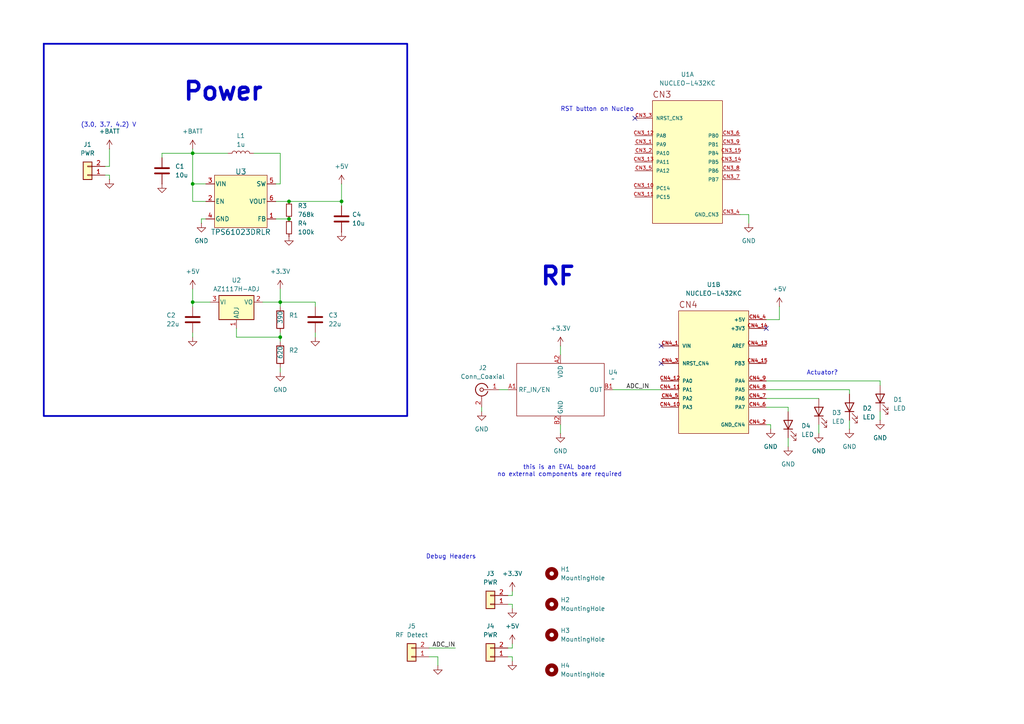
<source format=kicad_sch>
(kicad_sch (version 20231120) (generator "eeschema") (generator_version "8.0")
  (paper "A4")
  (lib_symbols
    (symbol "Connector:Conn_Coaxial" (pin_names (offset 1.016) hide)
      (property "Reference" "J" (at 0.254 3.048 0))
      (property "Value" "Conn_Coaxial" (at 2.921 0 90))
      (symbol "Conn_Coaxial_0_1"
        (arc (start -1.778 -0.508) (mid 0.2311 -1.8066) (end 1.778 0) (stroke (width 0.254)))
        (polyline (pts (xy -2.54 0) (xy -0.508 0)))
        (polyline (pts (xy 0 -2.54) (xy 0 -1.778)))
        (circle (center 0 0) (radius 0.508) (stroke (width 0.2032)))
        (arc (start 1.778 0) (mid 0.2099 1.8101) (end -1.778 0.508) (stroke (width 0.254)))
      )
      (symbol "Conn_Coaxial_1_1"
        (pin passive line (at -5.08 0 0) (length 2.54) (name "In") (number "1"))
        (pin passive line (at 0 -5.08 90) (length 2.54) (name "Ext") (number "2"))
      )
    )
    (symbol "Connector_Generic:Conn_01x02" (pin_names (offset 1.016) hide)
      (property "Reference" "J" (at 0 2.54 0))
      (property "Value" "Conn_01x02" (at 0 -5.08 0))
      (symbol "Conn_01x02_1_1"
        (rectangle (start -1.27 -2.413) (end 0 -2.667) (stroke (width 0.1524)))
        (rectangle (start -1.27 0.127) (end 0 -0.127) (stroke (width 0.1524)))
        (rectangle (start -1.27 1.27) (end 1.27 -3.81) (stroke (width 0.254)) (fill (type background)))
        (pin passive line (at -5.08 0 0) (length 3.81) (name "Pin_1") (number "1"))
        (pin passive line (at -5.08 -2.54 0) (length 3.81) (name "Pin_2") (number "2"))
      )
    )
    (symbol "Device:C" (pin_numbers hide) (pin_names (offset 0.254))
      (property "Reference" "C" (at 0.635 2.54 0))
      (property "Value" "C" (at 0.635 -2.54 0))
      (symbol "C_0_1"
        (polyline (pts (xy -2.032 -0.762) (xy 2.032 -0.762)) (stroke (width 0.508)))
        (polyline (pts (xy -2.032 0.762) (xy 2.032 0.762)) (stroke (width 0.508)))
      )
      (symbol "C_1_1"
        (pin passive line (at 0 3.81 270) (length 2.794) (name "~") (number "1"))
        (pin passive line (at 0 -3.81 90) (length 2.794) (name "~") (number "2"))
      )
    )
    (symbol "Device:L" (pin_numbers hide) (pin_names (offset 1.016) hide)
      (property "Reference" "L" (at -1.27 0 90))
      (property "Value" "L" (at 1.905 0 90))
      (symbol "L_0_1"
        (arc (start 0 -2.54) (mid 0.6323 -1.905) (end 0 -1.27))
        (arc (start 0 -1.27) (mid 0.6323 -0.635) (end 0 0))
        (arc (start 0 0) (mid 0.6323 0.635) (end 0 1.27))
        (arc (start 0 1.27) (mid 0.6323 1.905) (end 0 2.54))
      )
      (symbol "L_1_1"
        (pin passive line (at 0 3.81 270) (length 1.27) (name "1") (number "1"))
        (pin passive line (at 0 -3.81 90) (length 1.27) (name "2") (number "2"))
      )
    )
    (symbol "Device:LED" (pin_numbers hide) (pin_names (offset 1.016) hide)
      (property "Reference" "D" (at 0 2.54 0))
      (property "Value" "LED" (at 0 -2.54 0))
      (symbol "LED_0_1"
        (polyline (pts (xy -1.27 -1.27) (xy -1.27 1.27)) (stroke (width 0.254)))
        (polyline (pts (xy -1.27 0) (xy 1.27 0)))
        (polyline (pts (xy 1.27 -1.27) (xy 1.27 1.27) (xy -1.27 0) (xy 1.27 -1.27)) (stroke (width 0.254)))
        (polyline (pts (xy -3.048 -0.762) (xy -4.572 -2.286) (xy -3.81 -2.286) (xy -4.572 -2.286) (xy -4.572 -1.524)))
        (polyline (pts (xy -1.778 -0.762) (xy -3.302 -2.286) (xy -2.54 -2.286) (xy -3.302 -2.286) (xy -3.302 -1.524)))
      )
      (symbol "LED_1_1"
        (pin passive line (at -3.81 0 0) (length 2.54) (name "K") (number "1"))
        (pin passive line (at 3.81 0 180) (length 2.54) (name "A") (number "2"))
      )
    )
    (symbol "Device:R" (pin_numbers hide) (pin_names (offset 0))
      (property "Reference" "R" (at 2.032 0 90))
      (property "Value" "R" (at 0 0 90))
      (symbol "R_0_1"
        (rectangle (start -1.016 -2.54) (end 1.016 2.54) (stroke (width 0.254)))
      )
      (symbol "R_1_1"
        (pin passive line (at 0 3.81 270) (length 1.27) (name "~") (number "1"))
        (pin passive line (at 0 -3.81 90) (length 1.27) (name "~") (number "2"))
      )
    )
    (symbol "Device:R_Small" (pin_numbers hide) (pin_names (offset 0.254) hide)
      (property "Reference" "R" (at 0.762 0.508 0))
      (property "Value" "R_Small" (at 0.762 -1.016 0))
      (symbol "R_Small_0_1"
        (rectangle (start -0.762 1.778) (end 0.762 -1.778) (stroke (width 0.2032)))
      )
      (symbol "R_Small_1_1"
        (pin passive line (at 0 2.54 270) (length 0.762) (name "~") (number "1"))
        (pin passive line (at 0 -2.54 90) (length 0.762) (name "~") (number "2"))
      )
    )
    (symbol "LMH2121:LMH2121"
      (property "Reference" "U" (at -12.192 -8.89 0))
      (symbol "LMH2121_0_1"
        (rectangle (start -12.7 7.62) (end 12.7 -7.62))
      )
      (symbol "LMH2121_1_1"
        (pin input line (at -15.24 0 0) (length 2.54) (name "RF_IN/EN") (number "A1"))
        (pin power_in line (at 0 10.16 270) (length 2.54) (name "VDD") (number "A2"))
        (pin output line (at 15.24 0 180) (length 2.54) (name "OUT") (number "B1"))
        (pin power_in line (at 0 -10.16 90) (length 2.54) (name "GND") (number "B2"))
      )
    )
    (symbol "Mechanical:MountingHole" (pin_names (offset 1.016)) (exclude_from_sim yes) (in_bom no)
      (property "Reference" "H" (at 0 5.08 0))
      (property "Value" "MountingHole" (at 0 3.175 0))
      (symbol "MountingHole_0_1"
        (circle (center 0 0) (radius 1.27) (stroke (width 1.27)))
      )
    )
    (symbol "NUCLEO-L432KC:NUCLEO-L432KC" (pin_names (offset 1.016))
      (property "Reference" "U" (at -10.16 21.082 0))
      (property "Value" "NUCLEO-L432KC" (at -10.16 -20.32 0))
      (symbol "NUCLEO-L432KC_1_0"
        (rectangle (start -10.16 -17.78) (end 10.16 17.78) (stroke (width 0.1524)) (fill (type background)))
        (text "CN3" (at -10.16 18.542 0) (effects (font (size 1.778 1.778)) (justify left bottom)))
        (pin bidirectional line (at -15.24 5.08 0) (length 5.08) (name "PA9") (number "CN3_1"))
        (pin bidirectional line (at -15.24 -7.62 0) (length 5.08) (name "PC14") (number "CN3_10"))
        (pin bidirectional line (at -15.24 -10.16 0) (length 5.08) (name "PC15") (number "CN3_11"))
        (pin bidirectional line (at -15.24 7.62 0) (length 5.08) (name "PA8") (number "CN3_12"))
        (pin bidirectional line (at -15.24 0 0) (length 5.08) (name "PA11") (number "CN3_13"))
        (pin bidirectional line (at 15.24 0 180) (length 5.08) (name "PB5") (number "CN3_14"))
        (pin bidirectional line (at 15.24 2.54 180) (length 5.08) (name "PB4") (number "CN3_15"))
        (pin bidirectional line (at -15.24 2.54 0) (length 5.08) (name "PA10") (number "CN3_2"))
        (pin bidirectional line (at -15.24 12.7 0) (length 5.08) (name "NRST_CN3") (number "CN3_3"))
        (pin power_in line (at 15.24 -15.24 180) (length 5.08) (name "GND_CN3") (number "CN3_4"))
        (pin bidirectional line (at -15.24 -2.54 0) (length 5.08) (name "PA12") (number "CN3_5"))
        (pin bidirectional line (at 15.24 7.62 180) (length 5.08) (name "PB0") (number "CN3_6"))
        (pin bidirectional line (at 15.24 -5.08 180) (length 5.08) (name "PB7") (number "CN3_7"))
        (pin bidirectional line (at 15.24 -2.54 180) (length 5.08) (name "PB6") (number "CN3_8"))
        (pin bidirectional line (at 15.24 5.08 180) (length 5.08) (name "PB1") (number "CN3_9"))
      )
      (symbol "NUCLEO-L432KC_2_0"
        (rectangle (start -10.16 -17.78) (end 10.16 17.78) (stroke (width 0.1524)) (fill (type background)))
        (text "CN4" (at -10.16 18.542 0) (effects (font (size 1.778 1.778)) (justify left bottom)))
        (pin input line (at -15.24 7.62 0) (length 5.08) (name "VIN") (number "CN4_1"))
        (pin bidirectional line (at -15.24 -10.16 0) (length 5.08) (name "PA3") (number "CN4_10"))
        (pin bidirectional line (at -15.24 -5.08 0) (length 5.08) (name "PA1") (number "CN4_11"))
        (pin bidirectional line (at -15.24 -2.54 0) (length 5.08) (name "PA0") (number "CN4_12"))
        (pin bidirectional line (at 15.24 7.62 180) (length 5.08) (name "AREF") (number "CN4_13"))
        (pin power_in line (at 15.24 12.7 180) (length 5.08) (name "+3V3") (number "CN4_14"))
        (pin bidirectional line (at 15.24 2.54 180) (length 5.08) (name "PB3") (number "CN4_15"))
        (pin power_in line (at 15.24 -15.24 180) (length 5.08) (name "GND_CN4") (number "CN4_2"))
        (pin bidirectional line (at -15.24 2.54 0) (length 5.08) (name "NRST_CN4") (number "CN4_3"))
        (pin power_in line (at 15.24 15.24 180) (length 5.08) (name "+5V") (number "CN4_4"))
        (pin bidirectional line (at -15.24 -7.62 0) (length 5.08) (name "PA2") (number "CN4_5"))
        (pin bidirectional line (at 15.24 -10.16 180) (length 5.08) (name "PA7") (number "CN4_6"))
        (pin bidirectional line (at 15.24 -7.62 180) (length 5.08) (name "PA6") (number "CN4_7"))
        (pin bidirectional line (at 15.24 -5.08 180) (length 5.08) (name "PA5") (number "CN4_8"))
        (pin bidirectional line (at 15.24 -2.54 180) (length 5.08) (name "PA4") (number "CN4_9"))
      )
    )
    (symbol "Regulator_Linear:AZ1117H-ADJ" (pin_names (offset 0.254))
      (property "Reference" "U" (at -3.81 3.175 0))
      (property "Value" "AZ1117H-ADJ" (at 0 3.175 0))
      (symbol "AZ1117H-ADJ_0_1"
        (rectangle (start -5.08 1.905) (end 5.08 -5.08) (stroke (width 0.254)) (fill (type background)))
      )
      (symbol "AZ1117H-ADJ_1_1"
        (pin input line (at 0 -7.62 90) (length 2.54) (name "ADJ") (number "1"))
        (pin power_out line (at 7.62 0 180) (length 2.54) (name "VO") (number "2"))
        (pin power_in line (at -7.62 0 0) (length 2.54) (name "VI") (number "3"))
      )
    )
    (symbol "TPS61023:TPS61023DRLR" (pin_names (offset 0.254))
      (property "Reference" "U" (at 0 11.43 0))
      (property "Value" "TPS61023DRLR" (at 0 9.144 0))
      (symbol "TPS61023DRLR_0_1"
        (pin input line (at 10.16 -5.08 180) (length 2.54) (name "FB") (number "1"))
        (pin input line (at -10.16 0 0) (length 2.54) (name "EN") (number "2"))
        (pin power_in line (at -10.16 5.08 0) (length 2.54) (name "VIN") (number "3"))
        (pin power_in line (at -10.16 -5.08 0) (length 2.54) (name "GND") (number "4"))
      )
      (symbol "TPS61023DRLR_1_1"
        (rectangle (start -7.62 7.62) (end 7.62 -7.62) (fill (type background)))
        (pin passive line (at 10.16 5.08 180) (length 2.54) (name "SW") (number "5"))
        (pin power_out line (at 10.16 0 180) (length 2.54) (name "VOUT") (number "6"))
      )
    )
    (symbol "power:+3.3V" (power) (pin_numbers hide) (pin_names (offset 0) hide)
      (property "Value" "+3.3V" (at 0 3.556 0))
      (symbol "+3.3V_0_1"
        (polyline (pts (xy -0.762 1.27) (xy 0 2.54)))
        (polyline (pts (xy 0 0) (xy 0 2.54)))
        (polyline (pts (xy 0 2.54) (xy 0.762 1.27)))
      )
      (symbol "+3.3V_1_1"
        (pin power_in line (at 0 0 90) (length 0) (name "~") (number "1"))
      )
    )
    (symbol "power:+5V" (power) (pin_numbers hide) (pin_names (offset 0) hide)
      (property "Value" "+5V" (at 0 3.556 0))
      (symbol "+5V_0_1"
        (polyline (pts (xy -0.762 1.27) (xy 0 2.54)))
        (polyline (pts (xy 0 0) (xy 0 2.54)))
        (polyline (pts (xy 0 2.54) (xy 0.762 1.27)))
      )
      (symbol "+5V_1_1"
        (pin power_in line (at 0 0 90) (length 0) (name "~") (number "1"))
      )
    )
    (symbol "power:+BATT" (power) (pin_numbers hide) (pin_names (offset 0) hide)
      (property "Value" "+BATT" (at 0 3.556 0))
      (symbol "+BATT_0_1"
        (polyline (pts (xy -0.762 1.27) (xy 0 2.54)))
        (polyline (pts (xy 0 0) (xy 0 2.54)))
        (polyline (pts (xy 0 2.54) (xy 0.762 1.27)))
      )
      (symbol "+BATT_1_1"
        (pin power_in line (at 0 0 90) (length 0) (name "~") (number "1"))
      )
    )
    (symbol "power:GND" (power) (pin_numbers hide) (pin_names (offset 0) hide)
      (property "Value" "GND" (at 0 -3.81 0))
      (symbol "GND_0_1"
        (polyline (pts (xy 0 0) (xy 0 -1.27) (xy 1.27 -1.27) (xy 0 -2.54) (xy -1.27 -1.27) (xy 0 -1.27)))
      )
      (symbol "GND_1_1"
        (pin power_in line (at 0 0 270) (length 0) (name "~") (number "1"))
      )
    )
  )
  (junction (at 55.88 44.45))
  (junction (at 81.28 97.79))
  (junction (at 83.82 58.42))
  (junction (at 55.88 87.63))
  (junction (at 81.28 87.63))
  (junction (at 99.06 58.42))
  (junction (at 83.82 63.5))
  (junction (at 55.88 53.34))
  (no_connect (at 191.77 100.33))
  (no_connect (at 184.15 34.29))
  (no_connect (at 191.77 105.41))
  (no_connect (at 222.25 95.25))
  (wire (pts (xy 148.59 172.72) (xy 147.32 172.72)))
  (wire (pts (xy 55.88 87.63) (xy 55.88 83.82)))
  (wire (pts (xy 55.88 43.18) (xy 55.88 44.45)))
  (wire (pts (xy 83.82 58.42) (xy 99.06 58.42)))
  (wire (pts (xy 46.99 45.72) (xy 46.99 44.45)))
  (wire (pts (xy 31.75 43.18) (xy 31.75 48.26)))
  (wire (pts (xy 55.88 58.42) (xy 55.88 53.34)))
  (wire (pts (xy 30.48 48.26) (xy 31.75 48.26)))
  (wire (pts (xy 68.58 95.25) (xy 68.58 97.79)))
  (wire (pts (xy 55.88 44.45) (xy 55.88 53.34)))
  (wire (pts (xy 228.6 118.11) (xy 222.25 118.11)))
  (wire (pts (xy 139.7 118.11) (xy 139.7 119.38)))
  (wire (pts (xy 55.88 53.34) (xy 59.69 53.34)))
  (wire (pts (xy 81.28 44.45) (xy 81.28 53.34)))
  (wire (pts (xy 66.04 44.45) (xy 55.88 44.45)))
  (wire (pts (xy 246.38 113.03) (xy 222.25 113.03)))
  (wire (pts (xy 80.01 58.42) (xy 83.82 58.42)))
  (wire (pts (xy 99.06 58.42) (xy 99.06 59.69)))
  (wire (pts (xy 177.8 113.03) (xy 191.77 113.03)))
  (wire (pts (xy 68.58 97.79) (xy 81.28 97.79)))
  (wire (pts (xy 99.06 53.34) (xy 99.06 58.42)))
  (wire (pts (xy 228.6 119.38) (xy 228.6 118.11)))
  (wire (pts (xy 147.32 175.26) (xy 148.59 175.26)))
  (wire (pts (xy 81.28 87.63) (xy 81.28 88.9)))
  (wire (pts (xy 127 193.04) (xy 127 190.5)))
  (wire (pts (xy 237.49 115.57) (xy 222.25 115.57)))
  (wire (pts (xy 55.88 58.42) (xy 59.69 58.42)))
  (wire (pts (xy 226.06 92.71) (xy 226.06 88.9)))
  (wire (pts (xy 222.25 92.71) (xy 226.06 92.71)))
  (wire (pts (xy 46.99 44.45) (xy 55.88 44.45)))
  (wire (pts (xy 73.66 44.45) (xy 81.28 44.45)))
  (wire (pts (xy 55.88 88.9) (xy 55.88 87.63)))
  (wire (pts (xy 162.56 100.33) (xy 162.56 102.87)))
  (wire (pts (xy 228.6 127) (xy 228.6 129.54)))
  (wire (pts (xy 255.27 111.76) (xy 255.27 110.49)))
  (wire (pts (xy 148.59 187.96) (xy 147.32 187.96)))
  (wire (pts (xy 148.59 186.69) (xy 148.59 187.96)))
  (wire (pts (xy 31.75 50.8) (xy 31.75 52.07)))
  (wire (pts (xy 222.25 123.19) (xy 223.52 123.19)))
  (wire (pts (xy 80.01 63.5) (xy 83.82 63.5)))
  (wire (pts (xy 81.28 106.68) (xy 81.28 107.95)))
  (wire (pts (xy 217.17 62.23) (xy 214.63 62.23)))
  (wire (pts (xy 162.56 123.19) (xy 162.56 125.73)))
  (wire (pts (xy 80.01 53.34) (xy 81.28 53.34)))
  (wire (pts (xy 148.59 190.5) (xy 148.59 191.77)))
  (wire (pts (xy 217.17 64.77) (xy 217.17 62.23)))
  (wire (pts (xy 81.28 96.52) (xy 81.28 97.79)))
  (wire (pts (xy 255.27 110.49) (xy 222.25 110.49)))
  (wire (pts (xy 81.28 87.63) (xy 91.44 87.63)))
  (wire (pts (xy 246.38 114.3) (xy 246.38 113.03)))
  (wire (pts (xy 55.88 96.52) (xy 55.88 97.79)))
  (wire (pts (xy 30.48 50.8) (xy 31.75 50.8)))
  (wire (pts (xy 81.28 83.82) (xy 81.28 87.63)))
  (wire (pts (xy 91.44 87.63) (xy 91.44 88.9)))
  (wire (pts (xy 246.38 121.92) (xy 246.38 124.46)))
  (wire (pts (xy 127 190.5) (xy 124.46 190.5)))
  (wire (pts (xy 124.46 187.96) (xy 132.08 187.96)))
  (wire (pts (xy 147.32 190.5) (xy 148.59 190.5)))
  (wire (pts (xy 58.42 63.5) (xy 58.42 64.77)))
  (wire (pts (xy 148.59 171.45) (xy 148.59 172.72)))
  (wire (pts (xy 144.78 113.03) (xy 147.32 113.03)))
  (wire (pts (xy 237.49 123.19) (xy 237.49 125.73)))
  (wire (pts (xy 223.52 123.19) (xy 223.52 124.46)))
  (wire (pts (xy 81.28 87.63) (xy 76.2 87.63)))
  (wire (pts (xy 148.59 175.26) (xy 148.59 176.53)))
  (wire (pts (xy 58.42 63.5) (xy 59.69 63.5)))
  (wire (pts (xy 81.28 97.79) (xy 81.28 99.06)))
  (wire (pts (xy 60.96 87.63) (xy 55.88 87.63)))
  (wire (pts (xy 255.27 119.38) (xy 255.27 121.92)))
  (wire (pts (xy 91.44 97.79) (xy 91.44 96.52)))
  (rectangle (start 12.7 12.7) (end 118.11 120.65) (stroke (width 0.508)))
  (text "RF" (at 161.798 80.264 0) (effects (font (size 5.08 5.08) (bold yes))))
  (text "Debug Headers" (at 130.81 161.544 0) (effects (font (size 1.27 1.27))))
  (text "Power\n" (at 64.77 26.67 0) (effects (font (size 5.08 5.08) (bold yes))))
  (text "(3.0, 3.7, 4.2) V" (at 31.496 36.322 0) (effects (font (size 1.27 1.27))))
  (text "this is an EVAL board\nno external components are required\n" (at 162.306 136.652 0) (effects (font (size 1.27 1.27))))
  (text "Actuator?" (at 238.506 108.204 0) (effects (font (size 1.27 1.27))))
  (text "RST button on Nucleo\n" (at 173.228 31.75 0) (effects (font (size 1.27 1.27))))
  (label "ADC_IN" (at 132.08 187.96 180))
  (label "ADC_IN" (at 181.61 113.03 0))
  (symbol (lib_id "Device:R_Small") (at 83.82 66.04 0) (unit 1)
    (property "Reference" "R4" (at 86.36 64.7699 0) (effects (justify left)))
    (property "Value" "100k" (at 86.36 67.3099 0) (effects (justify left)))
    (property "Footprint" "Resistor_SMD:R_0603_1608Metric" (effects (hide yes)))
    (property "Description" "Resistor, small symbol" (effects (hide yes)))
  )
  (symbol (lib_id "Mechanical:MountingHole") (at 160.02 184.15 0) (unit 1) (exclude_from_sim yes) (in_bom no)
    (property "Reference" "H3" (at 162.56 182.8799 0) (effects (justify left)))
    (property "Value" "MountingHole" (at 162.56 185.4199 0) (effects (justify left)))
    (property "Footprint" "MountingHole:MountingHole_4.3mm_M4" (effects (hide yes)))
    (property "Description" "Mounting Hole without connection" (effects (hide yes)))
  )
  (symbol (lib_id "Device:R") (at 81.28 92.71 0) (unit 1)
    (property "Reference" "R1" (at 83.82 91.4399 0) (effects (justify left)))
    (property "Value" "390" (at 81.28 93.98 90) (effects (justify left)))
    (property "Footprint" "Resistor_SMD:R_0603_1608Metric" (effects (hide yes)))
    (property "Description" "Resistor" (effects (hide yes)))
  )
  (symbol (lib_id "Device:LED") (at 246.38 118.11 90) (unit 1)
    (property "Reference" "D2" (at 250.19 118.4274 90) (effects (justify right)))
    (property "Value" "LED" (at 250.19 120.9674 90) (effects (justify right)))
    (property "Description" "Light emitting diode" (effects (hide yes)))
  )
  (symbol (lib_id "power:+5V") (at 99.06 53.34 0) (unit 1)
    (property "Reference" "#PWR012" (effects (hide yes)))
    (property "Value" "+5V" (at 99.06 48.26 0))
    (property "Description" "Power symbol creates a global label with name \"+5V\"" (effects (hide yes)))
  )
  (symbol (lib_id "Mechanical:MountingHole") (at 160.02 194.31 0) (unit 1) (exclude_from_sim yes) (in_bom no)
    (property "Reference" "H4" (at 162.56 193.0399 0) (effects (justify left)))
    (property "Value" "MountingHole" (at 162.56 195.5799 0) (effects (justify left)))
    (property "Footprint" "MountingHole:MountingHole_4.3mm_M4" (effects (hide yes)))
    (property "Description" "Mounting Hole without connection" (effects (hide yes)))
  )
  (symbol (lib_id "Device:L") (at 69.85 44.45 90) (unit 1)
    (property "Reference" "L1" (at 69.85 39.37 90))
    (property "Value" "1u" (at 69.85 41.91 90))
    (property "Footprint" "Inductor_SMD:L_1008_2520Metric" (effects (hide yes)))
    (property "Description" "Inductor" (effects (hide yes)))
  )
  (symbol (lib_id "power:GND") (at 162.56 125.73 0) (unit 1)
    (property "Reference" "#PWR021" (effects (hide yes)))
    (property "Value" "GND" (at 162.56 130.81 0))
    (property "Description" "Power symbol creates a global label with name \"GND\" , ground" (effects (hide yes)))
  )
  (symbol (lib_id "power:GND") (at 127 193.04 0) (unit 1)
    (property "Reference" "#PWR024" (effects (hide yes)))
    (property "Value" "GND" (effects (hide yes)))
    (property "Description" "Power symbol creates a global label with name \"GND\" , ground" (effects (hide yes)))
  )
  (symbol (lib_id "power:GND") (at 237.49 125.73 0) (unit 1)
    (property "Reference" "#PWR027" (effects (hide yes)))
    (property "Value" "GND" (at 237.49 130.81 0))
    (property "Description" "Power symbol creates a global label with name \"GND\" , ground" (effects (hide yes)))
  )
  (symbol (lib_id "power:GND") (at 223.52 124.46 0) (unit 1)
    (property "Reference" "#PWR019" (effects (hide yes)))
    (property "Value" "GND" (at 223.52 129.54 0))
    (property "Description" "Power symbol creates a global label with name \"GND\" , ground" (effects (hide yes)))
  )
  (symbol (lib_id "power:+5V") (at 226.06 88.9 0) (unit 1)
    (property "Reference" "#PWR018" (effects (hide yes)))
    (property "Value" "+5V" (at 226.06 83.82 0))
    (property "Description" "Power symbol creates a global label with name \"+5V\"" (effects (hide yes)))
  )
  (symbol (lib_id "Mechanical:MountingHole") (at 160.02 175.26 0) (unit 1) (exclude_from_sim yes) (in_bom no)
    (property "Reference" "H2" (at 162.56 173.9899 0) (effects (justify left)))
    (property "Value" "MountingHole" (at 162.56 176.5299 0) (effects (justify left)))
    (property "Footprint" "MountingHole:MountingHole_4.3mm_M4" (effects (hide yes)))
    (property "Description" "Mounting Hole without connection" (effects (hide yes)))
  )
  (symbol (lib_id "power:+BATT") (at 55.88 43.18 0) (unit 1)
    (property "Reference" "#PWR04" (effects (hide yes)))
    (property "Value" "+BATT" (at 55.88 38.1 0))
    (property "Description" "Power symbol creates a global label with name \"+BATT\"" (effects (hide yes)))
  )
  (symbol (lib_id "power:+3.3V") (at 162.56 100.33 0) (unit 1)
    (property "Reference" "#PWR020" (effects (hide yes)))
    (property "Value" "+3.3V" (at 162.56 95.25 0))
    (property "Description" "Power symbol creates a global label with name \"+3.3V\"" (effects (hide yes)))
  )
  (symbol (lib_id "power:GND") (at 81.28 107.95 0) (unit 1)
    (property "Reference" "#PWR09" (effects (hide yes)))
    (property "Value" "GND" (at 81.28 113.03 0))
    (property "Description" "Power symbol creates a global label with name \"GND\" , ground" (effects (hide yes)))
  )
  (symbol (lib_id "power:GND") (at 99.06 67.31 0) (unit 1)
    (property "Reference" "#PWR013" (effects (hide yes)))
    (property "Value" "GND" (effects (hide yes)))
    (property "Description" "Power symbol creates a global label with name \"GND\" , ground" (effects (hide yes)))
  )
  (symbol (lib_id "TPS61023:TPS61023DRLR") (at 69.85 58.42 0) (unit 1)
    (property "Reference" "U3" (at 69.85 49.784 0) (effects (font (size 1.524 1.524))))
    (property "Value" "TPS61023DRLR" (at 69.85 67.31 0) (effects (font (size 1.524 1.524))))
    (property "Footprint" "DRL0006A" (effects (hide yes)))
    (property "Datasheet" "https://www.ti.com/lit/ds/symlink/tps61023.pdf" (effects (hide yes)))
  )
  (symbol (lib_id "power:+5V") (at 55.88 83.82 0) (unit 1)
    (property "Reference" "#PWR05" (effects (hide yes)))
    (property "Value" "+5V" (at 55.88 78.74 0))
    (property "Description" "Power symbol creates a global label with name \"+5V\"" (effects (hide yes)))
  )
  (symbol (lib_id "power:GND") (at 91.44 97.79 0) (unit 1)
    (property "Reference" "#PWR011" (effects (hide yes)))
    (property "Value" "GND" (effects (hide yes)))
    (property "Description" "Power symbol creates a global label with name \"GND\" , ground" (effects (hide yes)))
  )
  (symbol (lib_id "power:GND") (at 58.42 64.77 0) (unit 1)
    (property "Reference" "#PWR07" (effects (hide yes)))
    (property "Value" "GND" (at 58.42 69.85 0))
    (property "Description" "Power symbol creates a global label with name \"GND\" , ground" (effects (hide yes)))
  )
  (symbol (lib_id "NUCLEO-L432KC:NUCLEO-L432KC") (at 199.39 46.99 0) (unit 1)
    (property "Reference" "U1" (at 199.39 21.59 0))
    (property "Value" "NUCLEO-L432KC" (at 199.39 24.13 0))
    (property "Footprint" "NUCLEO-L432KC:MODULE_NUCLEO-L432KC" (effects (hide yes)))
    (property "MF" "STMicroelectronics" (effects (hide yes)))
    (property "MAXIMUM_PACKAGE_HEIGHT" "N/A" (effects (hide yes)))
    (property "Package" "None" (effects (hide yes)))
    (property "Price" "None" (effects (hide yes)))
    (property "Check_prices" "https://www.snapeda.com/parts/NUCLEO-L432KC/STMicroelectronics/view-part/?ref=eda" (effects (hide yes)))
    (property "STANDARD" "Manufacturer Recommendations" (effects (hide yes)))
    (property "PARTREV" "N/A" (effects (hide yes)))
    (property "SnapEDA_Link" "https://www.snapeda.com/parts/NUCLEO-L432KC/STMicroelectronics/view-part/?ref=snap" (effects (hide yes)))
    (property "MP" "NUCLEO-L432KC" (effects (hide yes)))
    (property "Purchase-URL" "https://www.snapeda.com/api/url_track_click_mouser/?unipart_id=628463&manufacturer=STMicroelectronics&part_name=NUCLEO-L432KC&search_term=None" (effects (hide yes)))
    (property "Description_1" "\nSTM32L432KC, mbed-Enabled Development Nucleo-32 STM32L4 ARM® Cortex®-M4 MCU 32-Bit Embedded Evaluation Board\n" (effects (hide yes)))
    (property "Availability" "In Stock" (effects (hide yes)))
    (property "MANUFACTURER" "ST Microelectronics" (effects (hide yes)))
  )
  (symbol (lib_id "power:GND") (at 148.59 191.77 0) (unit 1)
    (property "Reference" "#PWR017" (effects (hide yes)))
    (property "Value" "GND" (effects (hide yes)))
    (property "Description" "Power symbol creates a global label with name \"GND\" , ground" (effects (hide yes)))
  )
  (symbol (lib_id "Device:C") (at 46.99 49.53 0) (unit 1)
    (property "Reference" "C1" (at 50.8 48.2599 0) (effects (justify left)))
    (property "Value" "10u" (at 50.8 50.7999 0) (effects (justify left)))
    (property "Footprint" "Capacitor_SMD:C_0603_1608Metric" (effects (hide yes)))
    (property "Description" "Unpolarized capacitor" (effects (hide yes)))
  )
  (symbol (lib_id "power:GND") (at 246.38 124.46 0) (unit 1)
    (property "Reference" "#PWR026" (effects (hide yes)))
    (property "Value" "GND" (at 246.38 129.54 0))
    (property "Description" "Power symbol creates a global label with name \"GND\" , ground" (effects (hide yes)))
  )
  (symbol (lib_id "power:GND") (at 55.88 97.79 0) (unit 1)
    (property "Reference" "#PWR06" (effects (hide yes)))
    (property "Value" "GND" (effects (hide yes)))
    (property "Description" "Power symbol creates a global label with name \"GND\" , ground" (effects (hide yes)))
  )
  (symbol (lib_id "power:GND") (at 148.59 176.53 0) (unit 1)
    (property "Reference" "#PWR015" (effects (hide yes)))
    (property "Value" "GND" (effects (hide yes)))
    (property "Description" "Power symbol creates a global label with name \"GND\" , ground" (effects (hide yes)))
  )
  (symbol (lib_id "Device:C") (at 91.44 92.71 0) (unit 1)
    (property "Reference" "C3" (at 95.25 91.4399 0) (effects (justify left)))
    (property "Value" "22u" (at 95.25 93.9799 0) (effects (justify left)))
    (property "Footprint" "Capacitor_SMD:C_0603_1608Metric" (effects (hide yes)))
    (property "Description" "Unpolarized capacitor" (effects (hide yes)))
  )
  (symbol (lib_id "LMH2121:LMH2121") (at 162.56 113.03 0) (unit 1)
    (property "Reference" "U4" (at 177.8 107.9814 0))
    (property "Value" "~" (at 177.8 109.8865 0))
  )
  (symbol (lib_id "Connector_Generic:Conn_01x02") (at 142.24 190.5 180) (unit 1)
    (property "Reference" "J4" (at 142.24 181.61 0))
    (property "Value" "PWR" (at 142.24 184.15 0))
    (property "Footprint" "Connector_PinHeader_2.54mm:PinHeader_1x02_P2.54mm_Vertical" (effects (hide yes)))
    (property "Description" "Generic connector, single row, 01x02, script generated (kicad-library-utils/schlib/autogen/connector/)" (effects (hide yes)))
  )
  (symbol (lib_id "Device:LED") (at 255.27 115.57 90) (unit 1)
    (property "Reference" "D1" (at 259.08 115.8874 90) (effects (justify right)))
    (property "Value" "LED" (at 259.08 118.4274 90) (effects (justify right)))
    (property "Description" "Light emitting diode" (effects (hide yes)))
  )
  (symbol (lib_id "Connector_Generic:Conn_01x02") (at 25.4 50.8 180) (unit 1)
    (property "Reference" "J1" (at 25.4 41.91 0))
    (property "Value" "PWR" (at 25.4 44.45 0))
    (property "Footprint" "Connector_PinHeader_2.54mm:PinHeader_1x02_P2.54mm_Vertical" (effects (hide yes)))
    (property "Description" "Generic connector, single row, 01x02, script generated (kicad-library-utils/schlib/autogen/connector/)" (effects (hide yes)))
  )
  (symbol (lib_id "NUCLEO-L432KC:NUCLEO-L432KC") (at 207.01 107.95 0) (unit 2)
    (property "Reference" "U1" (at 207.01 82.55 0))
    (property "Value" "NUCLEO-L432KC" (at 207.01 85.09 0))
    (property "Footprint" "NUCLEO-L432KC:MODULE_NUCLEO-L432KC" (effects (hide yes)))
    (property "MF" "STMicroelectronics" (effects (hide yes)))
    (property "MAXIMUM_PACKAGE_HEIGHT" "N/A" (effects (hide yes)))
    (property "Package" "None" (effects (hide yes)))
    (property "Price" "None" (effects (hide yes)))
    (property "Check_prices" "https://www.snapeda.com/parts/NUCLEO-L432KC/STMicroelectronics/view-part/?ref=eda" (effects (hide yes)))
    (property "STANDARD" "Manufacturer Recommendations" (effects (hide yes)))
    (property "PARTREV" "N/A" (effects (hide yes)))
    (property "SnapEDA_Link" "https://www.snapeda.com/parts/NUCLEO-L432KC/STMicroelectronics/view-part/?ref=snap" (effects (hide yes)))
    (property "MP" "NUCLEO-L432KC" (effects (hide yes)))
    (property "Purchase-URL" "https://www.snapeda.com/api/url_track_click_mouser/?unipart_id=628463&manufacturer=STMicroelectronics&part_name=NUCLEO-L432KC&search_term=None" (effects (hide yes)))
    (property "Description_1" "\nSTM32L432KC, mbed-Enabled Development Nucleo-32 STM32L4 ARM® Cortex®-M4 MCU 32-Bit Embedded Evaluation Board\n" (effects (hide yes)))
    (property "Availability" "In Stock" (effects (hide yes)))
    (property "MANUFACTURER" "ST Microelectronics" (effects (hide yes)))
  )
  (symbol (lib_id "power:GND") (at 228.6 129.54 0) (unit 1)
    (property "Reference" "#PWR028" (effects (hide yes)))
    (property "Value" "GND" (at 228.6 134.62 0))
    (property "Description" "Power symbol creates a global label with name \"GND\" , ground" (effects (hide yes)))
  )
  (symbol (lib_id "power:+5V") (at 148.59 186.69 0) (unit 1)
    (property "Reference" "#PWR016" (effects (hide yes)))
    (property "Value" "+5V" (at 148.59 181.61 0))
    (property "Description" "Power symbol creates a global label with name \"+5V\"" (effects (hide yes)))
  )
  (symbol (lib_id "power:+3.3V") (at 148.59 171.45 0) (unit 1)
    (property "Reference" "#PWR014" (effects (hide yes)))
    (property "Value" "+3.3V" (at 148.59 166.37 0))
    (property "Description" "Power symbol creates a global label with name \"+3.3V\"" (effects (hide yes)))
  )
  (symbol (lib_id "Connector:Conn_Coaxial") (at 139.7 113.03 0) (mirror y) (unit 1)
    (property "Reference" "J2" (at 140.0174 106.68 0))
    (property "Value" "Conn_Coaxial" (at 140.0174 109.22 0))
    (property "Description" "coaxial connector (BNC, SMA, SMB, SMC, Cinch/RCA, LEMO, ...)" (effects (hide yes)))
  )
  (symbol (lib_id "power:GND") (at 139.7 119.38 0) (unit 1)
    (property "Reference" "#PWR022" (effects (hide yes)))
    (property "Value" "GND" (at 139.7 124.46 0))
    (property "Description" "Power symbol creates a global label with name \"GND\" , ground" (effects (hide yes)))
  )
  (symbol (lib_id "Device:C") (at 99.06 63.5 0) (unit 1)
    (property "Reference" "C4" (at 102.108 62.23 0) (effects (justify left)))
    (property "Value" "10u" (at 102.108 64.77 0) (effects (justify left)))
    (property "Footprint" "Capacitor_SMD:C_0603_1608Metric" (effects (hide yes)))
    (property "Description" "Unpolarized capacitor" (effects (hide yes)))
  )
  (symbol (lib_id "Mechanical:MountingHole") (at 160.02 166.37 0) (unit 1) (exclude_from_sim yes) (in_bom no)
    (property "Reference" "H1" (at 162.56 165.0999 0) (effects (justify left)))
    (property "Value" "MountingHole" (at 162.56 167.6399 0) (effects (justify left)))
    (property "Footprint" "MountingHole:MountingHole_4.3mm_M4" (effects (hide yes)))
    (property "Description" "Mounting Hole without connection" (effects (hide yes)))
  )
  (symbol (lib_id "power:GND") (at 83.82 68.58 0) (unit 1)
    (property "Reference" "#PWR010" (effects (hide yes)))
    (property "Value" "GND" (effects (hide yes)))
    (property "Description" "Power symbol creates a global label with name \"GND\" , ground" (effects (hide yes)))
  )
  (symbol (lib_id "Device:LED") (at 228.6 123.19 90) (unit 1)
    (property "Reference" "D4" (at 232.41 123.5074 90) (effects (justify right)))
    (property "Value" "LED" (at 232.41 126.0474 90) (effects (justify right)))
    (property "Description" "Light emitting diode" (effects (hide yes)))
  )
  (symbol (lib_id "Connector_Generic:Conn_01x02") (at 142.24 175.26 180) (unit 1)
    (property "Reference" "J3" (at 142.24 166.37 0))
    (property "Value" "PWR" (at 142.24 168.91 0))
    (property "Footprint" "Connector_PinHeader_2.54mm:PinHeader_1x02_P2.54mm_Vertical" (effects (hide yes)))
    (property "Description" "Generic connector, single row, 01x02, script generated (kicad-library-utils/schlib/autogen/connector/)" (effects (hide yes)))
  )
  (symbol (lib_id "Device:R") (at 81.28 102.87 0) (unit 1)
    (property "Reference" "R2" (at 83.82 101.5999 0) (effects (justify left)))
    (property "Value" "620" (at 81.28 104.14 90) (effects (justify left)))
    (property "Footprint" "Resistor_SMD:R_0603_1608Metric" (effects (hide yes)))
    (property "Description" "Resistor" (effects (hide yes)))
  )
  (symbol (lib_id "power:GND") (at 255.27 121.92 0) (unit 1)
    (property "Reference" "#PWR025" (effects (hide yes)))
    (property "Value" "GND" (at 255.27 127 0))
    (property "Description" "Power symbol creates a global label with name \"GND\" , ground" (effects (hide yes)))
  )
  (symbol (lib_id "Device:R_Small") (at 83.82 60.96 0) (unit 1)
    (property "Reference" "R3" (at 86.36 59.6899 0) (effects (justify left)))
    (property "Value" "768k" (at 86.36 62.2299 0) (effects (justify left)))
    (property "Footprint" "Resistor_SMD:R_0603_1608Metric" (effects (hide yes)))
    (property "Description" "Resistor, small symbol" (effects (hide yes)))
  )
  (symbol (lib_id "Device:LED") (at 237.49 119.38 90) (unit 1)
    (property "Reference" "D3" (at 241.3 119.6974 90) (effects (justify right)))
    (property "Value" "LED" (at 241.3 122.2374 90) (effects (justify right)))
    (property "Description" "Light emitting diode" (effects (hide yes)))
  )
  (symbol (lib_id "Device:C") (at 55.88 92.71 0) (unit 1)
    (property "Reference" "C2" (at 48.26 91.44 0) (effects (justify left)))
    (property "Value" "22u" (at 48.26 93.98 0) (effects (justify left)))
    (property "Footprint" "Capacitor_SMD:C_0603_1608Metric" (effects (hide yes)))
    (property "Description" "Unpolarized capacitor" (effects (hide yes)))
  )
  (symbol (lib_id "power:+BATT") (at 31.75 43.18 0) (unit 1)
    (property "Reference" "#PWR01" (effects (hide yes)))
    (property "Value" "+BATT" (at 31.75 38.1 0))
    (property "Description" "Power symbol creates a global label with name \"+BATT\"" (effects (hide yes)))
  )
  (symbol (lib_id "power:GND") (at 31.75 52.07 0) (unit 1)
    (property "Reference" "#PWR02" (effects (hide yes)))
    (property "Value" "GND" (effects (hide yes)))
    (property "Description" "Power symbol creates a global label with name \"GND\" , ground" (effects (hide yes)))
  )
  (symbol (lib_id "Connector_Generic:Conn_01x02") (at 119.38 190.5 180) (unit 1)
    (property "Reference" "J5" (at 119.38 181.61 0))
    (property "Value" "RF Detect" (at 119.38 184.15 0))
    (property "Footprint" "Connector_PinHeader_2.54mm:PinHeader_1x02_P2.54mm_Vertical" (effects (hide yes)))
    (property "Description" "Generic connector, single row, 01x02, script generated (kicad-library-utils/schlib/autogen/connector/)" (effects (hide yes)))
  )
  (symbol (lib_id "Regulator_Linear:AZ1117H-ADJ") (at 68.58 87.63 0) (unit 1)
    (property "Reference" "U2" (at 68.58 81.28 0))
    (property "Value" "AZ1117H-ADJ" (at 68.58 83.82 0))
    (property "Footprint" "Package_TO_SOT_SMD:SOT-223-3_TabPin2" (effects (hide yes)))
    (property "Datasheet" "https://www.diodes.com/assets/Datasheets/products_inactive_data/AZ1117.pdf" (effects (hide yes)))
    (property "Description" "1A 20V Adjustable LDO Linear Regulator, SOT-223" (effects (hide yes)))
  )
  (symbol (lib_id "power:GND") (at 217.17 64.77 0) (unit 1)
    (property "Reference" "#PWR023" (effects (hide yes)))
    (property "Value" "GND" (at 217.17 69.85 0))
    (property "Description" "Power symbol creates a global label with name \"GND\" , ground" (effects (hide yes)))
  )
  (symbol (lib_id "power:GND") (at 46.99 53.34 0) (unit 1)
    (property "Reference" "#PWR03" (effects (hide yes)))
    (property "Value" "GND" (effects (hide yes)))
    (property "Description" "Power symbol creates a global label with name \"GND\" , ground" (effects (hide yes)))
  )
  (symbol (lib_id "power:+3.3V") (at 81.28 83.82 0) (unit 1)
    (property "Reference" "#PWR08" (effects (hide yes)))
    (property "Value" "+3.3V" (at 81.28 78.74 0))
    (property "Description" "Power symbol creates a global label with name \"+3.3V\"" (effects (hide yes)))
  )
)
</source>
